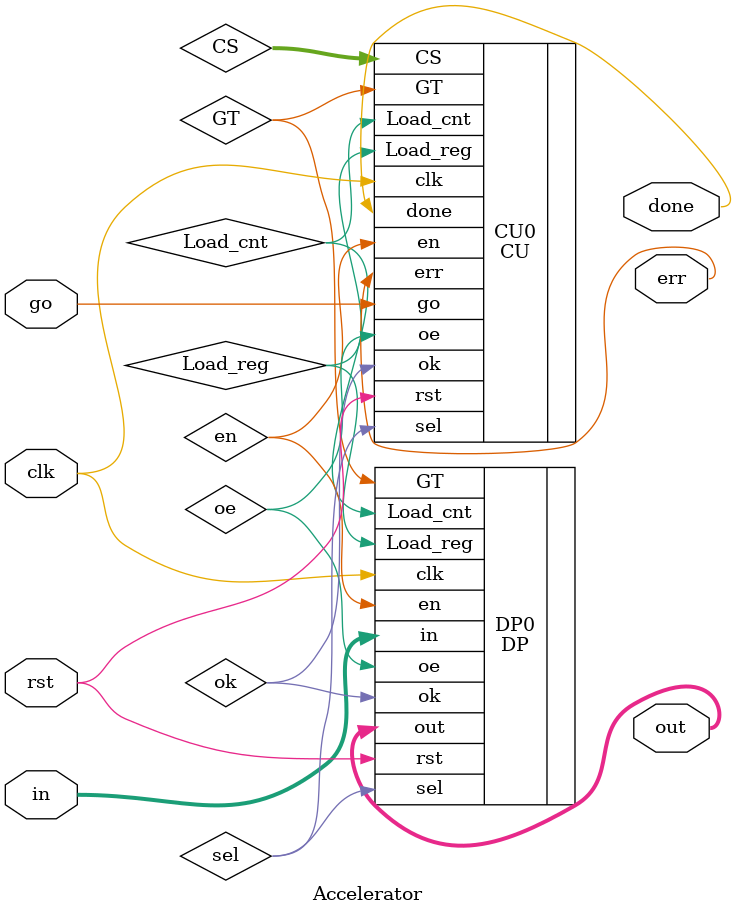
<source format=v>
`timescale 1ns / 1ps

module Accelerator(
input go, clk,rst,
input [3:0] in,
output err, done,
output [31:0] out
    );
    
wire ok, GT, Load_cnt, Load_reg, en, oe, sel;
wire [1:0] CS;

CU CU0(.ok(ok), .GT(GT), .clk(clk), .go(go), .Load_cnt(Load_cnt), .Load_reg(Load_reg), .en(en), .oe(oe), .sel(sel), .done(done), .err(err),.rst(rst),.CS(CS));
DP DP0(.in(in), .Load_cnt(Load_cnt), .Load_reg(Load_reg) , .en(en) ,.oe(oe) , .clk(clk), .sel(sel), .rst(rst), .GT(GT), .ok(ok), .out(out));
    
endmodule

</source>
